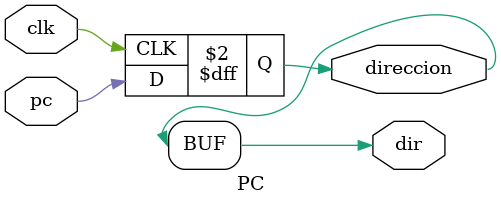
<source format=v>
module PC(input clk,input pc,output reg direccion,output dir);

always @(posedge clk)begin
	direccion=pc;
end

assign dir = direccion;
endmodule

</source>
